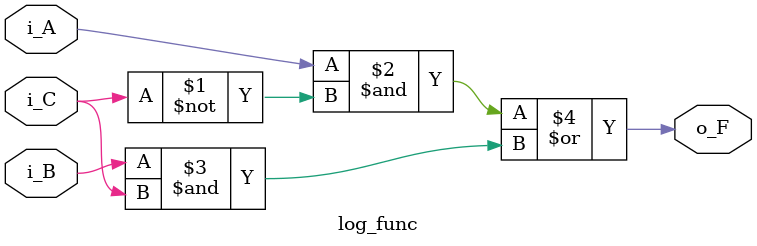
<source format=v>
module log_func(i_A, i_B, i_C, o_F);
	input i_A, i_B, i_C;
	output o_F;
	
	assign o_F = (i_A & ~i_C) | (i_B & i_C);
endmodule


</source>
